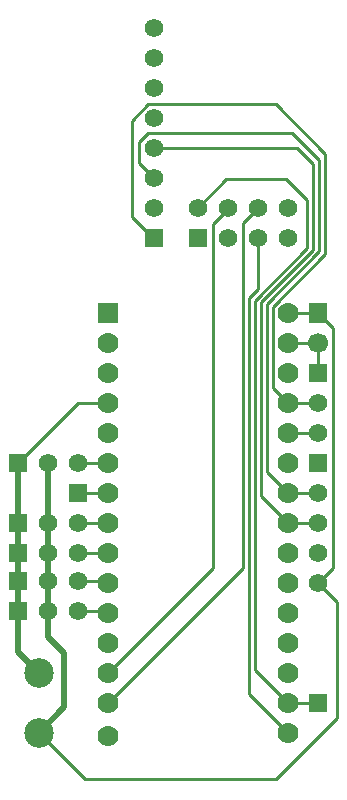
<source format=gtl>
G04 Layer: TopLayer*
G04 EasyEDA v6.5.20, 2022-10-25 13:43:38*
G04 7ab05346c3184fb1b1d82cee0c39fc96,2b06a704b0b744f5a7d1a44ad6c904bc,10*
G04 Gerber Generator version 0.2*
G04 Scale: 100 percent, Rotated: No, Reflected: No *
G04 Dimensions in millimeters *
G04 leading zeros omitted , absolute positions ,4 integer and 5 decimal *
%FSLAX45Y45*%
%MOMM*%

%ADD10C,0.2540*%
%ADD11C,0.5080*%
%ADD12C,1.5748*%
%ADD13R,1.5748X1.5748*%
%ADD14R,1.5748X1.7000*%
%ADD15C,1.7000*%
%ADD16C,2.5000*%
%ADD17R,1.7780X1.7780*%
%ADD18C,1.7780*%

%LPD*%
D10*
X431800Y482600D02*
G01*
X825500Y88900D01*
X2438400Y88900D01*
X2959100Y609600D01*
X2959100Y1587500D01*
X2794000Y1752600D01*
X1016000Y990600D02*
G01*
X1905000Y1879600D01*
X1905000Y4787900D01*
X2032000Y4914900D01*
X2032000Y4927600D01*
X2159000Y4800600D02*
G01*
X2286000Y4927600D01*
X1016000Y736600D02*
G01*
X2159000Y1879600D01*
X2159000Y4800600D01*
X2540000Y482600D02*
G01*
X2209800Y812800D01*
X2209800Y4165600D01*
X2286000Y4241800D01*
X2286000Y4673600D01*
X2540000Y736600D02*
G01*
X2260600Y1016000D01*
X2260600Y4140200D01*
X2705100Y4584700D01*
X2705100Y4991100D01*
X2527300Y5168900D01*
X2019300Y5168900D01*
X1778000Y4927600D01*
X2540000Y2260600D02*
G01*
X2311400Y2489200D01*
X2311400Y4127500D01*
X2755900Y4572000D01*
X2755900Y5295900D01*
X2616200Y5435600D01*
X1409700Y5435600D01*
X2794000Y1752600D02*
G01*
X2921000Y1879600D01*
X2921000Y3911600D01*
X2794000Y4038600D01*
D11*
X508000Y1511300D02*
G01*
X508000Y1295400D01*
X647700Y1155700D01*
X647700Y698500D01*
X431800Y482600D01*
X254000Y1511300D02*
G01*
X254000Y1168400D01*
X431800Y990600D01*
X254000Y1765300D02*
G01*
X254000Y1511300D01*
X254000Y2006600D02*
G01*
X254000Y1765300D01*
X254000Y2260600D02*
G01*
X254000Y2006600D01*
X254000Y2768600D02*
G01*
X254000Y2260600D01*
X508000Y1765300D02*
G01*
X508000Y1511300D01*
X508000Y2006600D02*
G01*
X508000Y1765300D01*
X508000Y2260600D02*
G01*
X508000Y2006600D01*
X508000Y2768600D02*
G01*
X508000Y2260600D01*
D10*
X254000Y2768600D02*
G01*
X762000Y3276600D01*
X1016000Y3276600D01*
X762000Y1765300D02*
G01*
X1003300Y1765300D01*
X1016000Y1752600D01*
X762000Y1511300D02*
G01*
X1003300Y1511300D01*
X1016000Y1498600D01*
X762000Y2006600D02*
G01*
X1016000Y2006600D01*
X762000Y2260600D02*
G01*
X1016000Y2260600D01*
X762000Y2514600D02*
G01*
X1016000Y2514600D01*
X762000Y2768600D02*
G01*
X1016000Y2768600D01*
X2794000Y4038600D02*
G01*
X2540000Y4038600D01*
X2794000Y3784600D02*
G01*
X2540000Y3784600D01*
X2794000Y3530600D02*
G01*
X2794000Y3784600D01*
X2540000Y3276600D02*
G01*
X2794000Y3276600D01*
X2540000Y3022600D02*
G01*
X2794000Y3022600D01*
X2540000Y2514600D02*
G01*
X2794000Y2514600D01*
X2540000Y2260600D02*
G01*
X2794000Y2260600D01*
X2540000Y736600D02*
G01*
X2794000Y736600D01*
X2540000Y2514600D02*
G01*
X2362200Y2692400D01*
X2362200Y4114800D01*
X2806700Y4559300D01*
X2806700Y5334000D01*
X2578100Y5562600D01*
X1358900Y5562600D01*
X1282700Y5486400D01*
X1282700Y5308600D01*
X1409700Y5181600D01*
X2540000Y3276600D02*
G01*
X2413000Y3403600D01*
X2413000Y4089400D01*
X2857500Y4533900D01*
X2857500Y5384800D01*
X2438400Y5803900D01*
X1358900Y5803900D01*
X1219200Y5664200D01*
X1219200Y4851400D01*
X1397000Y4673600D01*
X1409700Y4673600D01*
D12*
G01*
X762000Y1765300D03*
G01*
X508000Y1765300D03*
D13*
G01*
X254000Y1765300D03*
D12*
G01*
X762000Y1511300D03*
G01*
X508000Y1511300D03*
D13*
G01*
X254000Y1511300D03*
G01*
X2794000Y736600D03*
G01*
X762000Y2514600D03*
D14*
G01*
X2794000Y4038600D03*
D15*
G01*
X2794000Y3784600D03*
D12*
G01*
X2794000Y3022600D03*
G01*
X2794000Y3276600D03*
D13*
G01*
X2794000Y3530600D03*
D16*
G01*
X431800Y482600D03*
G01*
X431800Y990600D03*
D13*
G01*
X254000Y2768600D03*
D12*
G01*
X508000Y2768600D03*
G01*
X762000Y2768600D03*
D13*
G01*
X254000Y2260600D03*
D12*
G01*
X508000Y2260600D03*
G01*
X762000Y2260600D03*
D13*
G01*
X254000Y2006600D03*
D12*
G01*
X508000Y2006600D03*
G01*
X762000Y2006600D03*
D13*
G01*
X1778000Y4673600D03*
D12*
G01*
X1778000Y4927600D03*
G01*
X2032000Y4673600D03*
G01*
X2032000Y4927600D03*
G01*
X2286000Y4673600D03*
G01*
X2286000Y4927600D03*
G01*
X2540000Y4673600D03*
G01*
X2540000Y4927600D03*
D13*
G01*
X1409700Y4673600D03*
D12*
G01*
X1409700Y4927600D03*
G01*
X1409700Y5181600D03*
G01*
X1409700Y5435600D03*
G01*
X1409700Y5689600D03*
G01*
X1409700Y5943600D03*
G01*
X1409700Y6197600D03*
G01*
X1409700Y6451600D03*
G01*
X2794000Y1752600D03*
G01*
X2794000Y2006600D03*
G01*
X2794000Y2260600D03*
G01*
X2794000Y2514600D03*
D13*
G01*
X2794000Y2768600D03*
D17*
G01*
X1016000Y4038600D03*
D18*
G01*
X1016000Y3784600D03*
G01*
X1016000Y3530600D03*
G01*
X1016000Y3276600D03*
G01*
X1016000Y3022600D03*
G01*
X1016000Y2768600D03*
G01*
X1016000Y2514600D03*
G01*
X1016000Y2260600D03*
G01*
X1016000Y2006600D03*
G01*
X1016000Y1752600D03*
G01*
X1016000Y1498600D03*
G01*
X1016000Y1244600D03*
G01*
X1016000Y990600D03*
G01*
X1016000Y736600D03*
G01*
X1016000Y457200D03*
G01*
X2540000Y4038600D03*
G01*
X2540000Y3784600D03*
G01*
X2540000Y3530600D03*
G01*
X2540000Y3276600D03*
G01*
X2540000Y3022600D03*
G01*
X2540000Y2768600D03*
G01*
X2540000Y2514600D03*
G01*
X2540000Y2260600D03*
G01*
X2540000Y2006600D03*
G01*
X2540000Y1752600D03*
G01*
X2540000Y1498600D03*
G01*
X2540000Y1244600D03*
G01*
X2540000Y990600D03*
G01*
X2540000Y736600D03*
G01*
X2540000Y482600D03*
M02*

</source>
